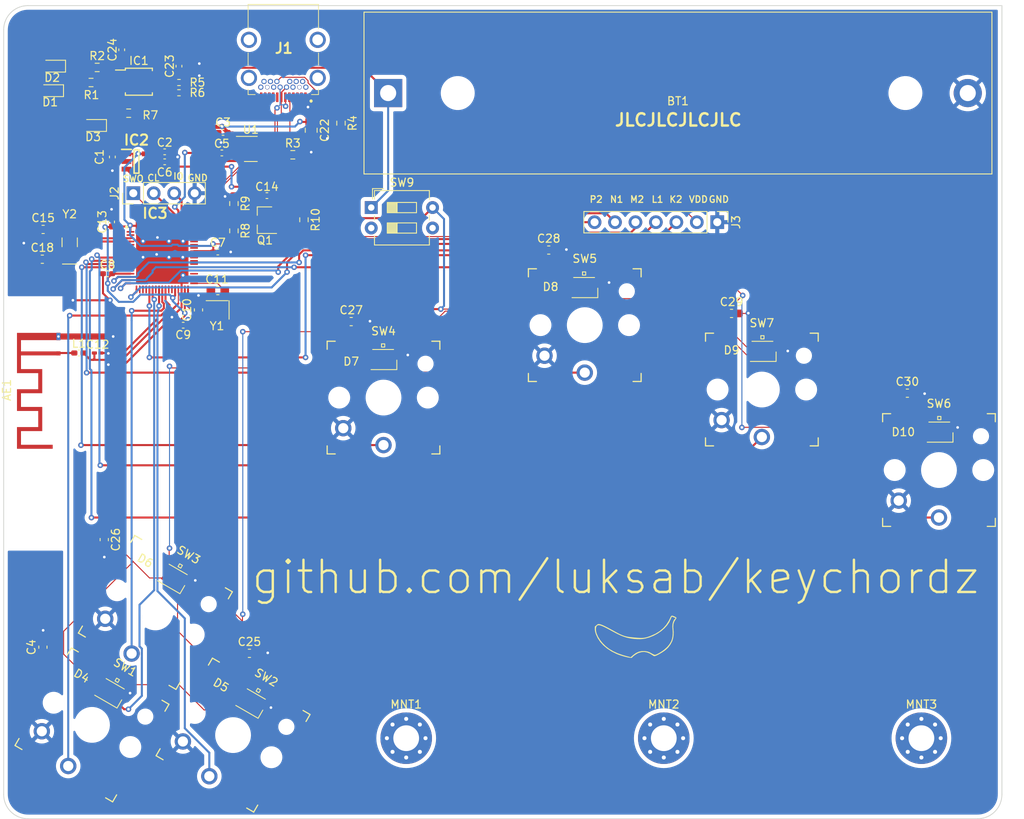
<source format=kicad_pcb>
(kicad_pcb (version 20210228) (generator pcbnew)
  (layers (0 "F.Cu" signal) (31 "B.Cu" signal) (34 "B.Paste" user) (35 "F.Paste" user) (36 "B.SilkS" user "B.Silkscreen") (37 "F.SilkS" user "F.Silkscreen") (38 "B.Mask" user) (39 "F.Mask" user) (44 "Edge.Cuts" user))
  (net 0 "")
  (net 1 "Net-(AE1-Pad1)")
  (net 2 "V_BAT")
  (net 3 "GND")
  (net 4 "2.4V")
  (net 5 "+5V")
  (net 6 "Net-(D1-Pad1)")
  (net 7 "Net-(D2-Pad1)")
  (net 8 "Net-(D3-Pad1)")
  (net 9 "Net-(IC1-Pad8)")
  (net 10 "Net-(IC1-Pad7)")
  (net 11 "Net-(IC1-Pad6)")
  (net 12 "Net-(IC1-Pad4)")
  (net 13 "Net-(IC1-Pad3)")
  (net 15 "USB_D-")
  (net 16 "USB_D+")
  (net 17 "Net-(J1-PadB5)")
  (net 19 "Net-(J1-PadA5)")
  (net 20 "3.3V_USB")
  (net 21 "Net-(C10-Pad1)")
  (net 22 "SWDIO")
  (net 24 "Net-(D4-Pad4)")
  (net 25 "Net-(D5-Pad4)")
  (net 26 "Net-(D6-Pad4)")
  (net 27 "Net-(D7-Pad4)")
  (net 28 "Net-(D8-Pad4)")
  (net 29 "Net-(D10-Pad2)")
  (net 30 "Net-(C11-Pad1)")
  (net 31 "Net-(C12-Pad1)")
  (net 32 "V_BAT_Toggle")
  (net 33 "Net-(C14-Pad1)")
  (net 34 "Net-(C15-Pad2)")
  (net 35 "Net-(C18-Pad2)")
  (net 36 "LED_IN")
  (net 42 "SWO")
  (net 49 "SWCLK")
  (net 50 "V_BAT{slash}2")
  (net 65 "BTN1")
  (net 66 "V_BAT_SW")
  (net 67 "BTN3")
  (net 68 "BTN2")
  (net 70 "MOSI")
  (net 71 "MISO")
  (net 74 "OLED_CS")
  (net 75 "OLED_DC")
  (net 76 "SCK")
  (net 77 "OLED_RES")
  (net 79 "BTN4")
  (net 80 "BTN5")
  (net 81 "BTN6")
  (net 82 "BTN7")
  (net 88 "Net-(Q1-Pad3)")
  (footprint "Capacitor_SMD:C_0402_1005Metric_Pad0.74x0.62mm_HandSolder" (layer "F.Cu") (at 34.3 51.7)
    (fp_text reference "C9")
    (fp_text value "100pF")
  )
  (footprint "Resistor_SMD:R_0603_1608Metric_Pad0.98x0.95mm_HandSolder" (layer "F.Cu") (at 47.914 30.53)
    (fp_text reference "R3")
    (fp_text value "5.1k")
  )
  (footprint "Capacitor_SMD:C_0603_1608Metric_Pad1.08x0.95mm_HandSolder" (layer "F.Cu") (at 38.6 47.4 180)
    (fp_text reference "C11")
    (fp_text value "12pF")
  )
  (footprint "MountingHole:MountingHole_3.2mm_M3_Pad_Via" (layer "F.Cu") (at 62 103)
    (fp_text reference "MNT1")
    (fp_text value "MountingHole_3.2mm_M3_Pad_Via")
  )
  (footprint "Capacitor_SMD:C_0402_1005Metric_Pad0.74x0.62mm_HandSolder" (layer "F.Cu") (at 32 30.16)
    (fp_text reference "C2")
    (fp_text value "1µF")
  )
  (footprint "Capacitor_SMD:C_0402_1005Metric_Pad0.74x0.62mm_HandSolder" (layer "F.Cu") (at 25.5 30.8 -90)
    (fp_text reference "C1")
    (fp_text value "1µF")
  )
  (footprint "LED_SMD:LED_WS2812B_PLCC4_2.2x2.2mm" (layer "F.Cu") (at 84.1 46.975)
    (fp_text reference "D8")
    (fp_text value "WS2812B")
  )
  (footprint "Resistor_SMD:R_0603_1608Metric_Pad0.98x0.95mm_HandSolder" (layer "F.Cu") (at 40.6 36.5875 -90)
    (fp_text reference "R9")
    (fp_text value "1k")
  )
  (footprint "Capacitor_SMD:C_0402_1005Metric_Pad0.74x0.62mm_HandSolder" (layer "F.Cu") (at 39.1 30.3)
    (fp_text reference "C5")
    (fp_text value "1µF")
  )
  (footprint "SamacSys_Parts:SOT95P280X145-5N" (layer "F.Cu") (at 28.5 31.36)
    (fp_text reference "IC2")
    (fp_text value "TPS7A2024PDBVR" hide)
  )
  (footprint "Button_Switch_THT:SW_DIP_SPSTx02_Slide_6.7x6.64mm_W7.62mm_P2.54mm_LowProfile" (layer "F.Cu") (at 57.658 37.084)
    (fp_text reference "SW9")
    (fp_text value "SW_SPST")
  )
  (footprint "LED_SMD:LED_0603_1608Metric_Pad1.05x0.95mm_HandSolder" (layer "F.Cu") (at 17.772 22.566 180)
    (fp_text reference "D1")
    (fp_text value "LED_Small")
  )
  (footprint "LED_SMD:LED_0603_1608Metric_Pad1.05x0.95mm_HandSolder" (layer "F.Cu") (at 23.106 26.884 180)
    (fp_text reference "D3")
    (fp_text value "LED_Small")
  )
  (footprint "Resistor_SMD:R_0603_1608Metric_Pad0.98x0.95mm_HandSolder" (layer "F.Cu") (at 49.3 38.6 -90)
    (fp_text reference "R10")
    (fp_text value "10k")
  )
  (footprint "schematic:SW_PG1350" (layer "F.Cu") (at 22.968 101.346 -30)
    (fp_text reference "SW1")
    (fp_text value "SW_Push")
  )
  (footprint "LED_SMD:LED_WS2812B_PLCC4_2.2x2.2mm" (layer "F.Cu") (at 25.254 97.282 -30)
    (fp_text reference "D4")
    (fp_text value "WS2812B")
  )
  (footprint "schematic:SW_PG1350" (layer "F.Cu") (at 84.182 51.689)
    (fp_text reference "SW5")
    (fp_text value "SW_Push")
  )
  (footprint "Capacitor_SMD:C_0402_1005Metric_Pad0.74x0.62mm_HandSolder" (layer "F.Cu") (at 39.25 27.75 180)
    (fp_text reference "C3")
    (fp_text value "1µF")
  )
  (footprint "Capacitor_SMD:C_0201_0603Metric_Pad0.64x0.40mm_HandSolder" (layer "F.Cu") (at 23.675 55.15)
    (fp_text reference "C12")
    (fp_text value "0.8pF")
  )
  (footprint "Capacitor_SMD:C_0603_1608Metric_Pad1.08x0.95mm_HandSolder" (layer "F.Cu") (at 36.2 49.8 90)
    (fp_text reference "C10")
    (fp_text value "12pF")
  )
  (footprint "Resistor_SMD:R_0603_1608Metric_Pad0.98x0.95mm_HandSolder" (layer "F.Cu") (at 53.9 26.6 -90)
    (fp_text reference "R4")
    (fp_text value "5.1k")
  )
  (footprint "LED_SMD:LED_WS2812B_PLCC4_2.2x2.2mm" (layer "F.Cu") (at 42.78 98.552 -30)
    (fp_text reference "D5")
    (fp_text value "WS2812B")
  )
  (footprint "Resistor_SMD:R_0603_1608Metric_Pad0.98x0.95mm_HandSolder" (layer "F.Cu") (at 40.6 39.975 -90)
    (fp_text reference "R8")
    (fp_text value "1k")
  )
  (footprint "Capacitor_SMD:C_0402_1005Metric_Pad0.74x0.62mm_HandSolder" (layer "F.Cu") (at 24.9 45.3 180)
    (fp_text reference "C8")
    (fp_text value "0.1µF")
  )
  (footprint "Resistor_SMD:R_0603_1608Metric_Pad0.98x0.95mm_HandSolder" (layer "F.Cu") (at 27.5275 25.36)
    (fp_text reference "R7")
    (fp_text value "470")
  )
  (footprint "Capacitor_SMD:C_0402_1005Metric_Pad0.74x0.62mm_HandSolder" (layer "F.Cu") (at 32 31.4)
    (fp_text reference "C6")
    (fp_text value "10µF")
  )
  (footprint "Resistor_SMD:R_0402_1005Metric_Pad0.72x0.64mm_HandSolder" (layer "F.Cu") (at 33.774 22.82 180)
    (fp_text reference "R6")
    (fp_text value "1k")
  )
  (footprint "schematic:SW_PG1350" (layer "F.Cu") (at 128.182 69.689)
    (fp_text reference "SW6")
    (fp_text value "SW_Push")
  )
  (footprint "Capacitor_SMD:C_0603_1608Metric_Pad1.08x0.95mm_HandSolder" (layer "F.Cu") (at 102.414 50.235)
    (fp_text reference "C29")
    (fp_text value "LED")
  )
  (footprint "Capacitor_SMD:C_0603_1608Metric_Pad1.08x0.95mm_HandSolder" (layer "F.Cu") (at 124.258 60.141)
    (fp_text reference "C30")
    (fp_text value "LED")
  )
  (footprint "Capacitor_SMD:C_0402_1005Metric_Pad0.74x0.62mm_HandSolder" (layer "F.Cu") (at 38.6 42.6)
    (fp_text reference "C7")
    (fp_text value "1µF")
  )
  (footprint "Capacitor_SMD:C_0805_2012Metric_Pad1.18x1.45mm_HandSolder" (layer "F.Cu") (at 50.2 27.482 -90)
    (fp_text reference "C22")
    (fp_text value "10µF")
  )
  (footprint "Package_TO_SOT_SMD:SC-59_Handsoldering" (layer "F.Cu") (at 44.45 38.65 180)
    (fp_text reference "Q1")
    (fp_text value "Q_PMOS_GSD")
  )
  (footprint "Resistor_SMD:R_0402_1005Metric_Pad0.72x0.64mm_HandSolder" (layer "F.Cu") (at 33.774 21.55)
    (fp_text reference "R5")
    (fp_text value "10k")
  )
  (footprint "Resistor_SMD:R_0603_1608Metric_Pad0.98x0.95mm_HandSolder" (layer "F.Cu") (at 22.852 21.55)
    (fp_text reference "R1")
    (fp_text value "470")
  )
  (footprint "Inductor_SMD:L_0402_1005Metric_Pad0.77x0.64mm_HandSolder" (layer "F.Cu") (at 21.3475 55.15)
    (fp_text reference "L1")
    (fp_text value "3.9nH")
  )
  (footprint "Capacitor_SMD:C_0603_1608Metric_Pad1.08x0.95mm_HandSolder" (layer "F.Cu") (at 79.7075 42.361)
    (fp_text reference "C28")
    (fp_text value "LED")
  )
  (footprint "Crystal:Crystal_SMD_2016-4Pin_2.0x1.6mm_HandSoldering" (layer "F.Cu") (at 38.5 49.8 180)
    (fp_text reference "Y1")
    (fp_text value "Crystal_GND23")
  )
  (footprint "schematic:SW_PG1350" (layer "F.Cu") (at 40.494 102.616 -30)
    (fp_text reference "SW2")
    (fp_text value "SW_Push")
  )
  (footprint "Connector_PinHeader_2.54mm:PinHeader_1x04_P2.54mm_Vertical" (layer "F.Cu") (at 28.1 35.3 90)
    (fp_text reference "J2")
    (fp_text value "DEBUG_CONN")
  )
  (footprint "MountingHole:MountingHole_3.2mm_M3_Pad_Via" (layer "F.Cu") (at 126 103)
    (fp_text reference "MNT3")
    (fp_text value "MountingHole_3.2mm_M3_Pad_Via")
  )
  (footprint "Package_SO:MSOP-10_3x3mm_P0.5mm" (layer "F.Cu") (at 28.794 21.45)
    (fp_text reference "IC1")
    (fp_text value "MCP73833-BZI_UN")
  )
  (footprint "Capacitor_SMD:C_0603_1608Metric_Pad1.08x0.95mm_HandSolder" (layer "F.Cu") (at 55.17 51.251)
    (fp_text reference "C27")
    (fp_text value "LED")
  )
  (footprint "schematic:SW_PG1350" (layer "F.Cu") (at 106.182 59.689)
    (fp_text reference "SW7")
    (fp_text value "SW_Push")
  )
  (footprint "LED_SMD:LED_WS2812B_PLCC4_2.2x2.2mm" (layer "F.Cu") (at 33.076587 83.076814 -30)
    (fp_text reference "D6")
    (fp_text value "WS2812B")
  )
  (footprint "LED_SMD:LED_0603_1608Metric_Pad1.05x0.95mm_HandSolder" (layer "F.Cu") (at 18.026 19.518 180)
    (fp_text reference "D2")
    (fp_text value "LED_Small")
  )
  (footprint "Capacitor_SMD:C_0603_1608Metric_Pad1.08x0.95mm_HandSolder" (layer "F.Cu") (at 16.872 91.694 90)
    (fp_text reference "C4")
    (fp_text value "LED")
  )
  (footprint "schematic:SW_PG1350" (layer "F.Cu") (at 30.842 87.376 -30)
    (fp_text reference "SW3")
    (fp_text value "SW_Push")
  )
  (footprint "Capacitor_SMD:C_0402_1005Metric_Pad0.74x0.62mm_HandSolder" (layer "F.Cu") (at 33.774 19.518 90)
    (fp_text reference "C23")
    (fp_text value "1µF")
  )
  (footprint "MountingHole:MountingHole_3.2mm_M3_Pad_Via" (layer "F.Cu") (at 94 103)
    (fp_text reference "MNT2")
    (fp_text value "MountingHole_3.2mm_M3_Pad_Via")
  )
  (footprint "Battery:BatteryHolder_MPD_BH-18650-PC2" (layer "F.Cu") (at 59.758 22.86)
    (fp_text reference "BT1")
    (fp_text value "Battery_Cell")
  )
  (footprint "Capacitor_SMD:C_0402_1005Metric_Pad0.74x0.62mm_HandSolder" (layer "F.Cu") (at 25.4 38.8675 90)
    (fp_text reference "C13")
    (fp_text value "1µF")
  )
  (footprint "Crystal:Crystal_SMD_MicroCrystal_CC7V-T1A-2Pin_3.2x1.5mm_HandSoldering" (layer "F.Cu") (at 20.2 41.4 90)
    (fp_text reference "Y2")
    (fp_text value "Crystal")
  )
  (footprint "Resistor_SMD:R_0603_1608Metric_Pad0.98x0.95mm_HandSolder" (layer "F.Cu") (at 23.614 19.678)
    (fp_text reference "R2")
    (fp_text value "470")
  )
  (footprint "SamacSys_Parts:SS52400002" (layer "F.Cu") (at 46.736 17.9 180)
    (fp_text reference "J1")
    (fp_text value "USB_C_Receptacle_USB2.0" hide)
  )
  (footprint "Capacitor_SMD:C_0402_1005Metric_Pad0.74x0.62mm_HandSolder" (layer "F.Cu") (at 44.7 35.6 180)
    (fp_text reference "C14")
    (fp_text value "0.1µF")
  )
  (footprint "schematic:SW_PG1350" (layer "F.Cu") (at 59.182 60.689)
    (fp_text reference "SW4")
    (fp_text value "SW_Push")
  )
  (footprint "LED_SMD:LED_WS2812B_PLCC4_2.2x2.2mm" (layer "F.Cu") (at 128.222 64.9305)
    (fp_text reference "D10")
    (fp_text value "WS2812B")
  )
  (footprint "SamacSys_Parts:QFN40P800X800X100-69N-D" (layer "F.Cu") (at 31.7 43.3)
    (fp_text reference "IC3")
    (fp_text value "STM32WB55RGV7" hide)
  )
  (footprint "Capacitor_SMD:C_0402_1005Metric_Pad0.74x0.62mm_HandSolder" (layer "F.Cu") (at 26.662 17.486 90)
    (fp_text reference "C24")
    (fp_text value "1µF")
  )
  (footprint "Capacitor_SMD:C_0603_1608Metric_Pad1.08x0.95mm_HandSolder" (layer "F.Cu") (at 24.492 78.3325 -90)
    (fp_text reference "C26")
    (fp_text value "LED")
  )
  (footprint "Capacitor_SMD:C_0603_1608Metric_Pad1.08x0.95mm_HandSolder" (layer "F.Cu") (at 42.526 92.456)
    (fp_text reference "C25")
    (fp_text value "LED")
  )
  (footprint "Connector_PinHeader_2.54mm:PinHeader_1x07_P2.54mm_Vertical" (layer "F.Cu") (at 100.64 38.9 -90)
    (fp_text reference "J3")
    (fp_text value "OLED_CONN")
  )
  (footprint "RF_Antenna:Texas_SWRA117D_2.4GHz_Left" (layer "F.Cu") (at 18.8 55.2 90)
    (fp_text reference "AE1")
    (fp_text value "PCB")
  )
  (footprint "Package_TO_SOT_SMD:SOT-23-5" (layer "F.Cu") (at 42.7 29.8)
    (fp_text reference "U1")
    (fp_text value "MIC5504-3.3YM5")
  )
  (footprint "Capacitor_SMD:C_0603_1608Metric_Pad1.08x0.95mm_HandSolder" (layer "F.Cu") (at 16.9 39.8)
    (fp_text reference "C15")
    (fp_text value "12pF")
  )
  (footprint "LED_SMD:LED_WS2812B_PLCC4_2.2x2.2mm" (layer "F.Cu") (at 59.134 55.9135)
    (fp_text reference "D7")
    (fp_text value "WS2812B")
  )
  (footprint "Capacitor_SMD:C_0603_1608Metric_Pad1.08x0.95mm_HandSolder" (layer "F.Cu") (at 16.8 43.5)
    (fp_text reference "C18")
    (fp_text value "12pF")
  )
  (footprint "LED_SMD:LED_WS2812B_PLCC4_2.2x2.2mm" (layer "F.Cu") (at 106.251 54.8975)
    (fp_text reference "D9")
    (fp_text value "WS2812B")
  )
  (footprint "LOGO" (layer "F.Cu") (at 90.395893 90.202212 -95)
    (fp_text reference "G***" hide)
    (fp_text value "LOGO" hide)
  )
  (gr_arc (start 15 15) (end 15 12) (angle -90) (layer "Edge.Cuts") (width 0.1))
  (gr_line (start 136 12) (end 15 12) (layer "Edge.Cuts") (width 0.1))
  (gr_line (start 136 12) (end 136 110) (layer "Edge.Cuts") (width 0.1))
  (gr_line (start 133 113) (end 15 113) (layer "Edge.Cuts") (width 0.1))
  (gr_arc (start 15 110) (end 12 110) (angle -90) (layer "Edge.Cuts") (width 0.1))
  (gr_arc (start 133 110) (end 136 110) (angle 90) (layer "Edge.Cuts") (width 0.1))
  (gr_line (start 12 15) (end 12 110) (layer "Edge.Cuts") (width 0.1))
  (gr_text "K2" (at 95.504 36.068) (layer "F.SilkS") (effects (font (size 0.8128 0.8128) (thickness 0.1524))))
  (gr_text "IO" (at 33.7 33.2) (layer "F.SilkS") (effects (font (size 0.8128 0.8128) (thickness 0.1524))))
  (gr_text "github.com/luksab/keychordz" (at 88 83) (layer "F.SilkS") (effects (font (size 4 4) (thickness 0.3))))
  (gr_text "SWO" (at 28.1 33.5) (layer "F.SilkS") (effects (font (size 0.8128 0.8128) (thickness 0.1524))))
  (gr_text "JLCJLCJLCJLC" (at 95.8 26.2) (layer "F.SilkS") (effects (font (size 1.524 1.524) (thickness 0.3048))))
  (gr_text "VDD" (at 98.298 36.068) (layer "F.SilkS") (effects (font (size 0.8128 0.8128) (thickness 0.1524))))
  (gr_text "P2" (at 85.598 36.068) (layer "F.SilkS") (effects (font (size 0.8128 0.8128) (thickness 0.1524))))
  (gr_text "GND\n" (at 100.838 36.068) (layer "F.SilkS") (effects (font (size 0.8128 0.8128) (thickness 0.1524))))
  (gr_text "N1" (at 88.138 36.068) (layer "F.SilkS") (effects (font (size 0.8128 0.8128) (thickness 0.1524))))
  (gr_text "CL" (at 30.6 33.4) (layer "F.SilkS") (effects (font (size 0.8128 0.8128) (thickness 0.1524))))
  (gr_text "L1" (at 93.218 36.068) (layer "F.SilkS") (effects (font (size 0.8128 0.8128) (thickness 0.1524))))
  (gr_text "M2" (at 90.678 36.068) (layer "F.SilkS") (effects (font (size 0.8128 0.8128) (thickness 0.1524))))
  (gr_text "GND\n" (at 36.1 33.4) (layer "F.SilkS") (effects (font (size 0.8128 0.8128) (thickness 0.1524))))
  (segment (start 18.85 55.15) (end 18.8 55.2) (width 0.254) (layer "F.Cu") (net 1))
  (segment (start 20.775 55.15) (end 18.85 55.15) (width 0.254) (layer "F.Cu") (net 1))
  (segment (start 54.2555 52.5) (end 54.3075 52.552) (width 0.127) (layer "F.Cu") (net 2))
  (segment (start 42.931216 93.723716) (end 41.6635 92.456) (width 0.127) (layer "F.Cu") (net 2))
  (segment (start 46.1125 37.6875) (end 46.1 37.7) (width 0.254) (layer "F.Cu") (net 2))
  (segment (start 33.188457 82.389371) (end 32.4822 83.095628) (width 0.127) (layer "F.Cu") (net 2))
  (segment (start 101.5515 51.663) (end 101.5515 50.235) (width 0.127) (layer "F.Cu") (net 2))
  (segment (start 66.3 49.7) (end 55.8585 49.7) (width 0.254) (layer "F.Cu") (net 2))
  (segment (start 123.3955 64.369478) (end 123.382489 64.382489) (width 0.127) (layer "F.Cu") (net 2))
  (segment (start 103.8 48) (end 103.7865 48) (width 0.127) (layer "F.Cu") (net 2))
  (segment (start 31.404011 32) (end 30.54 32.864011) (width 0.254) (layer "F.Cu") (net 2))
  (segment (start 41.6635 92.456) (end 41.6635 88.474051) (width 0.127) (layer "F.Cu") (net 2))
  (segment (start 27.25 30.41) (end 28.104 30.41) (width 0.254) (layer "F.Cu") (net 2))
  (segment (start 52.3 38.4) (end 52 38.1) (width 0.254) (layer "F.Cu") (net 2))
  (segment (start 52.3 38.4) (end 51.5875 37.6875) (width 0.254) (layer "F.Cu") (net 2))
  (segment (start 40.3 32) (end 31.404011 32) (width 0.254) (layer "F.Cu") (net 2))
  (segment (start 42.185613 98.570814) (end 42.931216 97.825211) (width 0.127) (layer "F.Cu") (net 2))
  (segment (start 41.7 52.5) (end 54.2555 52.5) (width 0.127) (layer "F.Cu") (net 2))
  (segment (start 126.208989 64.382489) (end 123.382489 64.382489) (width 0.127) (layer "F.Cu") (net 2))
  (segment (start 28.074556 81.089) (end 28.111 81.089) (width 0.127) (layer "F.Cu") (net 2))
  (segment (start 103.717511 64.382489) (end 103.7 64.4) (width 0.127) (layer "F.Cu") (net 2))
  (segment (start 80.78 45.12) (end 83.185 47.525) (width 0.127) (layer "F.Cu") (net 2))
  (segment (start 41.712587 98.570814) (end 42.185613 98.570814) (width 0.127) (layer "F.Cu") (net 2))
  (segment (start 78.845 43.185) (end 80.78 45.12) (width 0.127) (layer "F.Cu") (net 2))
  (segment (start 123.3955 60.141) (end 123.3955 64.369478) (width 0.127) (layer "F.Cu") (net 2))
  (segment (start 30.117628 83.095628) (end 28.111 81.089) (width 0.127) (layer "F.Cu") (net 2))
  (segment (start 55.8585 49.7) (end 54.3075 51.251) (width 0.254) (layer "F.Cu") (net 2))
  (segment (start 32.009174 83.095628) (end 30.117628 83.095628) (width 0.127) (layer "F.Cu") (net 2))
  (segment (start 45.113444 34.5) (end 40.3 34.5) (width 0.254) (layer "F.Cu") (net 2))
  (segment (start 19.442273 89.721283) (end 28.074556 81.089) (width 0.127) (layer "F.Cu") (net 2))
  (segment (start 127.307 65.4805) (end 126.208989 64.382489) (width 0.127) (layer "F.Cu") (net 2))
  (segment (start 46.1 35.486556) (end 45.113444 34.5) (width 0.254) (layer "F.Cu") (net 2))
  (segment (start 41.6635 88.474051) (end 35.57882 82.389371) (width 0.127) (layer "F.Cu") (net 2))
  (segment (start 30.54 32.864011) (end 27.804011 32.864011) (width 0.254) (layer "F.Cu") (net 2))
  (segment (start 42.931216 97.825211) (end 42.931216 93.723716) (width 0.127) (layer "F.Cu") (net 2))
  (segment (start 81.3 44.6) (end 80.78 45.12) (width 0.127) (layer "F.Cu") (net 2))
  (segment (start 27.89 32.31) (end 27.25 32.31) (width 0.254) (layer "F.Cu") (net 2))
  (segment (start 27.804011 32.864011) (end 27.25 32.31) (width 0.254) (layer "F.Cu") (net 2))
  (segment (start 25.5 30.2325) (end 27.0725 30.2325) (width 0.254) (layer "F.Cu") (net 2))
  (segment (start 105.336 55.4475) (end 101.5515 51.663) (width 0.127) (layer "F.Cu") (net 2))
  (segment (start 28.104011 30.410011) (end 28.104011 32.095989) (width 0.254) (layer "F.Cu") (net 2))
  (segment (start 123.382489 64.382489) (end 103.717511 64.382489) (width 0.127) (layer "F.Cu") (net 2))
  (segment (start 49.3 37.6875) (end 46.1125 37.6875) (width 0.254) (layer "F.Cu") (net 2))
  (segment (start 65.278 37.084) (end 63.962 38.4) (width 0.254) (layer "F.Cu") (net 2))
  (segment (start 63.962 38.4) (end 52.3 38.4) (width 0.254) (layer "F.Cu") (net 2))
  (segment (start 54.3075 52.552) (end 58.219 56.4635) (width 0.127) (layer "F.Cu") (net 2))
  (segment (start 78.845 42.361) (end 78.845 43.185) (width 0.127) (layer "F.Cu") (net 2))
  (segment (start 54.3075 51.251) (end 54.3075 52.552) (width 0.127) (layer "F.Cu") (net 2))
  (segment (start 16.872 92.5565) (end 19.442273 92.5565) (width 0.127) (layer "F.Cu") (net 2))
  (segment (start 28.111 81.089) (end 24.492 77.47) (width 0.127) (layer "F.Cu") (net 2))
  (segment (start 51.5875 37.6875) (end 49.3 37.6875) (width 0.254) (layer "F.Cu") (net 2))
  (segment (start 66.3 49.7) (end 71.506 49.7) (width 0.127) (layer "F.Cu") (net 2))
  (segment (start 41.6635 87.5635) (end 41.7 87.6) (width 0.127) (layer "F.Cu") (net 2))
  (segment (start 19.442273 92.5565) (end 24.186587 97.300814) (width 0.127) (layer "F.Cu") (net 2))
  (segment (start 35.57882 82.389371) (end 33.188457 82.389371) (width 0.127) (layer "F.Cu") (net 2))
  (segment (start 28.104 30.41) (end 28.104011 30.410011) (width 0.254) (layer "F.Cu") (net 2))
  (segment (start 71.506 49.7) (end 78.845 42.361) (width 0.127) (layer "F.Cu") (net 2))
  (segment (start 32.4822 83.095628) (end 32.009174 83.095628) (width 0.127) (layer "F.Cu") (net 2))
  (segment (start 19.442273 92.5565) (end 19.442273 89.721283) (width 0.127) (layer "F.Cu") (net 2))
  (segment (start 28.104011 32.095989) (end 27.89 32.31) (width 0.254) (layer "F.Cu") (net 2))
  (segment (start 27.0725 30.2325) (end 27.25 30.41) (width 0.254) (layer "F.Cu") (net 2))
  (segment (start 100.4 44.6) (end 81.3 44.6) (width 0.127) (layer "F.Cu") (net 2))
  (segment (start 103.8 48) (end 100.4 44.6) (width 0.127) (layer "F.Cu") (net 2))
  (segment (start 41.6635 88.474051) (end 41.6635 87.5635) (width 0.127) (layer "F.Cu") (net 2))
  (segment (start 46.1 37.7) (end 46.1 35.486556) (width 0.254) (layer "F.Cu") (net 2))
  (segment (start 103.7865 48) (end 101.5515 50.235) (width 0.127) (layer "F.Cu") (net 2))
  (via (at 103.7 64.4) (size 0.6858) (drill 0.3302) (layers "F.Cu" "B.Cu") (net 2))
  (via (at 66.3 49.7) (size 0.6858) (drill 0.3302) (layers "F.Cu" "B.Cu") (net 2))
  (via (at 103.8 48) (size 0.6858) (drill 0.3302) (layers "F.Cu" "B.Cu") (net 2))
  (via (at 40.3 32) (size 0.6858) (drill 0.3302) (layers "F.Cu" "B.Cu") (net 2))
  (via (at 41.7 87.6) (size 0.6858) (drill 0.3302) (layers "F.Cu" "B.Cu") (net 2))
  (via (at 40.3 34.5) (size 0.6858) (drill 0.3302) (layers "F.Cu" "B.Cu") (net 2))
  (via (at 41.7 52.5) (size 0.6858) (drill 0.3302) (layers "F.Cu" "B.Cu") (net 2))
  (segment (start 65.278 37.084) (end 66.7 38.506) (width 0.254) (layer "B.Cu") (net 2))
  (segment (start 66.7 49.3) (end 66.3 49.7) (width 0.254) (layer "B.Cu") (net 2))
  (segment (start 40.3 34.5) (end 40.3 32) (width 0.254) (layer "B.Cu") (net 2))
  (segment (start 66.268511 49.668511) (end 66.3 49.7) (width 0.254) (layer "B.Cu") (net 2))
  (segment (start 41.7 87.6) (end 41.7 52.5) (width 0.127) (layer "B.Cu") (net 2))
  (segment (start 66.7 38.506) (end 66.7 49.3) (width 0.254) (layer "B.Cu") (net 2))
  (segment (start 103.7 64.4) (end 103.7 48.1) (width 0.127) (layer "B.Cu") (net 2))
  (segment (start 103.7 48.1) (end 103.8 48) (width 0.127) (layer "B.Cu") (net 2))
  (segment (start 130.4805 64.3805) (end 130.5 64.4) (width 0.127) (layer "F.Cu") (net 3))
  (segment (start 35.45 21.55) (end 36.3 20.7) (width 0.508) (layer "F.Cu") (net 3))
  (segment (start 48.8265 29.893) (end 50.2 28.5195) (width 0.127) (layer "F.Cu") (net 3))
  (segment (start 34.8675 51.7) (end 34.8675 51.0325) (width 0.254) (layer "F.Cu") (net 3))
  (segment (start 125.1205 60.141) (end 126.341 60.141) (width 0.127) (layer "F.Cu") (net 3))
  (segment (start 32.9 50.7) (end 27.0031 56.5969) (width 0.254) (layer "F.Cu") (net 3))
  (segment (start 34.18 45.6) (end 34.28 45.5) (width 0.254) (layer "F.Cu") (net 3))
  (segment (start 38.45 49.7) (end 38.15 49.7) (width 0.127) (layer "F.Cu") (net 3))
  (segment (start 25.2 48.6) (end 20.6 48.6) (width 0.254) (layer "F.Cu") (net 3))
  (segment (start 34.1 47.25) (end 34.1 49.5) (width 0.254) (layer "F.Cu") (net 3))
  (segment (start 34.3715 21.55) (end 35.45 21.55) (width 0.508) (layer "F.Cu") (net 3))
  (segment (start 108.8475 54.3475) (end 109.4 54.9) (width 0.127) (layer "F.Cu") (net 3))
  (segment (start 32.5675 30.7675) (end 33.5675 30.7675) (width 0.254) (layer "F.Cu") (net 3))
  (segment (start 37.1375 48) (end 37.7375 47.4) (width 0.254) (layer "F.Cu") (net 3))
  (segment (start 43.847413 98.533186) (end 44.533186 98.533186) (width 0.127) (layer "F.Cu") (net 3))
  (segment (start 40.1675 29.8) (end 41.5625 29.8) (width 0.254) (layer "F.Cu") (net 3))
  (segment (start 40.1675 29.8) (end 39.8 29.8) (width 0.254) (layer "F.Cu") (net 3))
  (segment (start 21.215 26.884) (end 16.897 22.566) (width 0.508) (layer "F.Cu") (net 3))
  (segment (start 44.533186 98.533186) (end 45.2 99.2) (width 0.127) (layer "F.Cu") (net 3))
  (segment (start 16.897 19.772) (end 17.151 19.518) (width 0.508) (layer "F.Cu") (net 3))
  (segment (start 107.166 54.3475) (end 108.8475 54.3475) (width 0.127) (layer "F.Cu") (net 3))
  (segment (start 85.015 46.425) (end 87.175 46.425) (width 0.254) (layer "F.Cu") (net 3))
  (segment (start 38.6825 28.6825) (end 39 29) (width 0.254) (layer "F.Cu") (net 3))
  (segment (start 24.95 55.15) (end 25 55.2) (width 0.254) (layer "F.Cu") (net 3))
  (segment (start 27.25 31.36) (end 25.5075 31.36) (width 0.254) (layer "F.Cu") (net 3))
  (segment (start 16.0375 41.4625) (end 14.5375 41.4625) (width 0.254) (layer "F.Cu") (net 3))
  (segment (start 39.3 50.35) (end 39.1 50.35) (width 0.127) (layer "F.Cu") (net 3))
  (segment (start 34.1 47.25) (end 34.1 45.7) (width 0.254) (layer "F.Cu") (net 3))
  (segment (start 25.5075 31.36) (end 25.5 31.3675) (width 0.254) (layer "F.Cu") (net 3))
  (segment (start 33.5675 30.7675) (end 33.6 30.8) (width 0.254) (layer "F.Cu") (net 3))
  (segment (start 53.1875 27.5125) (end 52.2 28.5) (width 0.127) (layer "F.Cu") (net 3))
  (segment (start 39.6675 30.3) (end 40.1675 29.8) (width 0.254) (layer "F.Cu") (net 3))
  (segment (start 40.6 35.675) (end 39.525 35.675) (width 0.127) (layer "F.Cu") (net 3))
  (segment (start 103.2765 50.235) (end 104.465 50.235) (width 0.127) (layer "F.Cu") (net 3))
  (segment (start 36.2 48.9375) (end 36.2 48) (width 0.254) (layer "F.Cu") (net 3))
  (segment (start 16.0375 39.8) (end 16.0375 41.4625) (width 0.254) (layer "F.Cu") (net 3))
  (segment (start 34.1 45.7) (end 31.7 43.3) (width 0.254) (layer "F.Cu") (net 3))
  (segment (start 35.458 83.058) (end 35.8 83.4) (width 0.127) (layer "F.Cu") (net 3))
  (segment (start 16.872 90.8315) (end 16.872 89.628) (width 0.127) (layer "F.Cu") (net 3))
  (segment (start 25.4 38.3) (end 25.4 37.3) (width 0.254) (layer "F.Cu") (net 3))
  (segment (start 62.1635 55.3635) (end 62.2 55.4) (width 0.127) (layer "F.Cu") (net 3))
  (segment (start 34.3715 22.82) (end 34.3715 21.55) (width 0.508) (layer "F.Cu") (net 3))
  (segment (start 36.2 48.9375) (end 37.3875 48.9375) (width 0.254) (layer "F.Cu") (net 3))
  (segment (start 27.563186 97.263186) (end 27.7 97.4) (width 0.127) (layer "F.Cu") (net 3))
  (segment (start 52.1805 28.5195) (end 52.2 28.5) (width 0.127) (layer "F.Cu") (net 3))
  (segment (start 104.465 50.235) (end 104.5 50.2) (width 0.127) (layer "F.Cu") (net 3))
  (segment (start 126.341 60.141) (end 126.4 60.2) (width 0.127) (layer "F.Cu") (net 3))
  (segment (start 19.7505 16.9185) (end 17.151 19.518) (width 0.508) (layer "F.Cu") (net 3))
  (segment (start 26.662 16.9185) (end 19.7505 16.9185) (width 0.508) (layer "F.Cu") (net 3))
  (segment (start 26.662 16.9185) (end 31.742 16.9185) (width 0.508) (layer "F.Cu") (net 3))
  (segment (start 26.594 22.521) (end 22.231 26.884) (width 0.254) (layer "F.Cu") (net 3))
  (segment (start 81.839 42.361) (end 81.9 42.3) (width 0.254) (layer "F.Cu") (net 3))
  (segment (start 16.897 22.566) (end 16.897 19.772) (width 0.508) (layer "F.Cu") (net 3))
  (segment (start 24.0825 55.15) (end 24.95 55.15) (width 0.254) (layer "F.Cu") (net 3))
  (segment (start 32.5675 30.7675) (end 32.5675 31.4) (width 0.254) (layer "F.Cu") (net 3))
  (segment (start 26.594 22.45) (end 26.594 22.521) (width 0.254) (layer "F.Cu") (net 3))
  (segment (start 129.137 64.3805) (end 130.4805 64.3805) (width 0.127) (layer "F.Cu") (net 3))
  (segment (start 16.0375 41.4625) (end 16.0375 43.4) (width 0.254) (layer "F.Cu") (net 3))
  (segment (start 26.321413 97.263186) (end 27.563186 97.263186) (width 0.127) (layer "F.Cu") (net 3))
  (segment (start 36.2 48) (end 37.1375 48) (width 0.254) (layer "F.Cu") (net 3))
  (segment (start 60.049 55.3635) (end 62.1635 55.3635) (width 0.127) (layer "F.Cu") (net 3))
  (segment (start 25.5 31.3675) (end 25.5 32.5) (width 0.254) (layer "F.Cu") (net 3))
  (segment (start 16.872 89.628) (end 16.9 89.6) (width 0.127) (layer "F.Cu") (net 3))
  (segment (start 31.742 16.9185) (end 33.774 18.9505) (width 0.508) (layer "F.Cu") (net 3))
  (segment (start 25 55.2) (end 26.8 55.2) (width 0.254) (layer "F.Cu") (net 3))
  (segment (start 26.8 55.2) (end 31.1 50.9) (width 0.254) (layer "F.Cu") (net 3))
  (segment (start 80.57 42.361) (end 81.839 42.361) (width 0.254) (layer "F.Cu") (net 3))
  (segment (start 24.3325 45.3) (end 24.3325 47.7325) (width 0.254) (layer "F.Cu") (net 3))
  (segment (start 38.15 49.7) (end 37.7 49.25) (width 0.127) (layer "F.Cu") (net 3))
  (segment (start 24.492 80.492) (end 24.5 80.5) (width 0.127) (layer "F.Cu") (net 3))
  (segment (start 38.6825 27.75) (end 38.6825 28.6825) (width 0.254) (layer "F.Cu") (net 3))
  (segment (start 34.0235 19.2) (end 33.774 18.9505) (width 0.508) (layer "F.Cu") (net 3))
  (segment (start 22.231 26.884) (end 21.215 26.884) (width 0.508) (layer "F.Cu") (net 3))
  (segment (start 49.87 30.53) (end 50.2 30.2) (width 0.127) (layer "F.Cu") (net 3))
  (segment (start 39.1 50.35) (end 38.45 49.7) (width 0.127) (layer "F.Cu") (net 3))
  (segment (start 57.449 51.251) (end 57.5 51.2) (width 0.127) (layer "F.Cu") (net 3))
  (segment (start 18.8 53.1) (end 25.6 53.1) (width 0.762) (layer "F.Cu") (net 3))
  (segment (start 24.492 79.195) (end 24.492 80.492) (width 0.127) (layer "F.Cu") (net 3))
  (segment (start 34.8675 51.0325) (end 34.9 51) (width 0.254) (layer "F.Cu") (net 3))
  (segment (start 37.3875 48.9375) (end 37.7 49.25) (width 0.254) (layer "F.Cu") (net 3))
  (segment (start 48.8265 30.53) (end 49.87 30.53) (width 0.127) (layer "F.Cu") (net 3))
  (segment (start 39.8 29.8) (end 39 29) (width 0.254) (layer "F.Cu") (net 3))
  (segment (start 39.525 35.675) (end 39.5 35.7) (width 0.127) (layer "F.Cu") (net 3))
  (segment (start 49.486 23.38) (end 49.486 24.286) (width 0.254) (layer "F.Cu") (net 3))
  (segment (start 48.8265 30.53) (end 48.8265 29.893) (width 0.127) (layer "F.Cu") (net 3))
  (segment (start 56.0325 51.251) (end 57.449 51.251) (width 0.127) (layer "F.Cu") (net 3))
  (segment (start 24.3325 47.7325) (end 25.2 48.6) (width 0.254) (layer "F.Cu") (net 3))
  (segment (start 50.2 28.5195) (end 52.1805 28.5195) (width 0.127) (layer "F.Cu") (net 3))
  (segment (start 43.3885 92.456) (end 44.744 92.456) (width 0.127) (layer "F.Cu") (net 3))
  (segment (start 36.3 19.2) (end 34.0235 19.2) (width 0.508) (layer "F.Cu") (net 3))
  (segment (start 34.144 83.058) (end 35.458 83.058) (width 0.127) (layer "F.Cu") (net 3))
  (segment (start 34.1 49.5) (end 32.9 50.7) (width 0.254) (layer "F.Cu") (net 3))
  (segment (start 32.5675 30.16) (end 32.5675 30.7675) (width 0.254) (layer "F.Cu") (net 3))
  (segment (start 27.0031 56.5969) (end 25 56.5969) (width 0.254) (layer "F.Cu") (net 3))
  (segment (start 14.5375 41.4625) (end 14.5 41.5) (width 0.254) (layer "F.Cu") (net 3))
  (segment (start 39.1675 42.6) (end 40.2 42.6) (width 0.254) (layer "F.Cu") (net 3))
  (segment (start 87.175 46.425) (end 87.2 46.4) (width 0.254) (layer "F.Cu") (net 3))
  (segment (start 49.486 24.286) (end 49.8 24.6) (width 0.254) (layer "F.Cu") (net 3))
  (segment (start 53.9 27.5125) (end 53.1875 27.5125) (width 0.127) (layer "F.Cu") (net 3))
  (segment (start 44.744 92.456) (end 44.8 92.4) (width 0.127) (layer "F.Cu") (net 3))
  (segment (start 16.0375 43.4) (end 15.9375 43.5) (width 0.254) (layer "F.Cu") (net 3))
  (via (at 62.2 55.4) (size 0.6858) (drill 0.3302) (layers "F.Cu" "B.Cu") (net 3))
  (via (at 40.2 42.6) (size 0.6858) (drill 0.3302) (layers "F.Cu" "B.Cu") (net 3))
  (via (at 39.5 35.7) (size 0.6858) (drill 0.3302) (layers "F.Cu" "B.Cu") (net 3))
  (via (at 34.28 41.25) (size 0.6858) (drill 0.3302) (layers "F.Cu" "B.Cu") (net 3))
  (via (at 25.4 37.3) (size 0.6858) (drill 0.3302) (layers "F.Cu" "B.Cu") (net 3))
  (via (at 45.2 99.2) (size 0.6858) (drill 0.3302) (layers "F.Cu" "B.Cu") (net 3))
  (via (at 109.4 54.9) (size 0.6858) (drill 0.3302) (layers "F.Cu" "B.Cu") (net 3))
  (via (at 44.8 92.4) (size 0.6858) (drill 0.3302) (layers "F.Cu" "B.Cu") (net 3))
  (via (at 33.6 30.8) (size 0.6858) (drill 0.3302) (layers "F.Cu" "B.Cu") (net 3))
  (via (at 36.2 48) (size 0.6858) (drill 0.3302) (layers "F.Cu" "B.Cu") (net 3))
  (via (at 130.5 64.4) (size 0.6858) (drill 0.3302) (layers "F.Cu" "B.Cu") (net 3))
  (via (at 34.9 51) (size 0.6858) (drill 0.3302) (layers "F.Cu" "B.Cu") (net 3))
  (via (at 49.8 24.6) (size 0.6858) (drill 0.3302) (layers "F.Cu" "B.Cu") (net 3))
  (via (at 32.53 41.25) (size 0.6858) (drill 0.3302) (layers "F.Cu" "B.Cu") (net 3))
  (via (at 104.5 50.2) (size 0.6858) (drill 0.3302) (layers "F.Cu" "B.Cu") (net 3))
  (via (at 35.8 83.4) (size 0.6858) (drill 0.3302) (layers "F.Cu" "B.Cu") (net 3))
  (via (at 34.28 45.5) (size 0.6858) (drill 0.3302) (layers "F.Cu" "B.Cu") (net 3))
  (via (at 57.5 51.2) (size 0.6858) (drill 0.3302) (layers "F.Cu" "B.Cu") (net 3))
  (via (at 25.6 53.1) (size 0.6858) (drill 0.3302) (layers "F.Cu" "B.Cu") (net 3))
  (via (at 24.5 80.5) (size 0.6858) (drill 0.3302) (layers "F.Cu" "B.Cu") (net 3))
  (via (at 39 29) (size 0.6858) (drill 0.3302) (layers "F.Cu" "B.Cu") (net 3))
  (via (at 25 56.5969) (size 0.6858) (drill 0.3302) (layers "F.Cu" "B.Cu") (net 3))
  (via (at 27.7 97.4) (size 0.6858) (drill 0.3302) (layers "F.Cu" "B.Cu") (net 3))
  (via (at 29.31 41.25) (size 0.6858) (drill 0.3302) (layers "F.Cu" "B.Cu") (net 3))
  (via (at 36.3 19.2) (size 0.6858) (drill 0.3302) (layers "F.Cu" "B.Cu") (net 3))
  (via (at 87.2 46.4) (size 0.6858) (drill 0.3302) (layers "F.Cu" "B.Cu") (net 3))
  (via (at 31.1 40.8) (size 0.6858) (drill 0.3302) (layers "F.Cu" "B.Cu") (net 3))
  (via (at 14.5 41.5) (size 0.6858) (drill 0.3302) (layers "F.Cu" "B.Cu") (net 3))
  (via (at 52.2 28.5) (size 0.6858) (drill 0.3302) (layers "F.Cu" "B.Cu") (net 3))
  (via (at 16.9 89.6) (size 0.6858) (drill 0.3302) (layers "F.Cu" "B.Cu") (net 3))
  (via (at 25.5 32.5) (size 0.6858) (drill 0.3302) (layers "F.Cu" "B.Cu") (net 3))
  (via (at 126.4 60.2) (size 0.6858) (drill 0.3302) (layers "F.Cu" "B.Cu") (net 3))
  (via (at 50.2 30.2) (size 0.6858) (drill 0.3302) (layers "F.Cu" "B.Cu") (net 3))
  (via (at 25 55.2) (size 0.6858) (drill 0.3302) (layers "F.Cu" "B.Cu") (net 3))
  (via (at 20.6 48.6) (size 0.6858) (drill 0.3302) (layers "F.Cu" "B.Cu") (net 3))
  (via (at 25.2 48.6) (size 0.6858) (drill 0.3302) (layers "F.Cu" "B.Cu") (net 3))
  (via (at 32.53 43.25) (size 0.6858) (drill 0.3302) (layers "F.Cu" "B.Cu") (net 3))
  (via (at 34.25 43.25) (size 0.6858) (drill 0.3302) (layers "F.Cu" "B.Cu") (net 3))
  (via (at 31 42.9) (size 0.6858) (drill 0.3302) (layers "F.Cu" "B.Cu") (net 3))
  (via (at 81.9 42.3) (size 0.6858) (drill 0.3302) (layers "F.Cu" "B.Cu") (net 3))
  (via (at 32.9 50.7) (size 0.6858) (drill 0.3302) (layers "F.Cu" "B.Cu") (net 3))
  (via (at 36.3 20.7) (size 0.6858) (drill 0.3302) (layers "F.Cu" "B.Cu") (net 3))
  (via (at 29.31 43.25) (size 0.6858) (drill 0.3302) (layers "F.Cu" "B.Cu") (net 3))
  (segment (start 36.3 20.7) (end 36.3 19.2) (width 0.508) (layer "B.Cu") (net 3))
  (segment (start 68.51752 40.68248) (end 41.897832 40.68248) (width 0.127) (layer "F.Cu") (net 4))
  (segment (start 27.75 39.35) (end 28.5 39.35) (width 0.254) (layer "F.Cu") (net 4))
  (segment (start 35.65 42.9) (end 37.7325 42.9) (width 0.254) (layer "F.Cu") (net 4))
  (segment (start 71.721531 37.478469) (end 68.51752 40.68248) (width 0.127) (layer "F.Cu") (net 4))
  (segment (start 25.335 39.5) (end 25.4 39.435) (width 0.254) (layer "F.Cu") (net 4))
  (segment (start 27.7 39.3) (end 27.565 39.435) (width 0.254) (layer "F.Cu") (net 4))
  (segment (start 98.1 38.9) (end 96.678469 37.478469) (width 0.127) (layer "F.Cu") (net 4))
  (segment (start 24.6 39.5) (end 25.335 39.5) (width 0.254) (layer "F.Cu") (net 4))
  (segment (start 41.897832 40.68248) (end 40.980312 41.6) (width 0.127) (layer "F.Cu") (net 4))
  (segment (start 40.980312 41.6) (end 38 41.6) (width 0.127) (layer "F.Cu") (net 4))
  (segment (start 25.4675 45.3) (end 24.9294 45.8381) (width 0.254) (layer "F.Cu") (net 4))
  (segment (start 24.9294 45.8381) (end 24.9294 46.5) (width 0.254) (layer "F.Cu") (net 4))
  (segment (start 34.5 50.2) (end 34.5 50.516571) (width 0.254) (layer "F.Cu") (net 4))
  (segment (start 29.75 30.41) (end 31.1825 30.41) (width 0.254) (layer "F.Cu") (net 4))
  (segment (start 29.75 30.41) (end 30.4425 30.41) (width 0.254) (layer "F.Cu") (net 4))
  (segment (start 35.65 42.5) (end 37.9325 42.5) (width 0.254) (layer "F.Cu") (net 4))
  (segment (start 27.565 39.435) (end 25.4 39.435) (width 0.254) (layer "F.Cu") (net 4))
  (segment (start 33.3 48) (end 33 48.3) (width 0.254) (layer "F.Cu") (net 4))
  (segment (start 27.75 39.35) (end 27.7 39.3) (width 0.254) (layer "F.Cu") (net 4))
  (segment (start 33.3 47.25) (end 33.3 48) (width 0.254) (layer "F.Cu") (net 4))
  (segment (start 27.75 40.1) (end 27.75 39.35) (width 0.254) (layer "F.Cu") (net 4))
  (segment (start 37.9325 42.5) (end 38.0325 42.6) (width 0.254) (layer "F.Cu") (net 4))
  (segment (start 31.1825 30.41) (end 31.4325 30.16) (width 0.254) (layer "F.Cu") (net 4))
  (segment (start 37.7325 42.9) (end 38.0325 42.6) (width 0.254) (layer "F.Cu") (net 4))
  (segment (start 33.7325 51.284071) (end 33.7325 51.7) (width 0.254) (layer "F.Cu") (net 4))
  (segment (start 38.0325 42.6) (end 38.0325 41.6325) (width 0.254) (layer "F.Cu") (net 4))
  (segment (start 28.710841 30.41) (end 28.700827 30.399986) (width 0.254) (layer "F.Cu") (net 4))
  (segment (start 30.4425 30.41) (end 31.4325 31.4) (width 0.254) (layer "F.Cu") (net 4))
  (segment (start 96.678469 37.478469) (end 71.721531 37.478469) (width 0.127) (layer "F.Cu") (net 4))
  (segment (start 29.75 30.41) (end 28.710841 30.41) (width 0.254) (layer "F.Cu") (net 4))
  (segment (start 34.5 50.516571) (end 33.7325 51.284071) (width 0.254) (layer "F.Cu") (net 4))
  (segment (start 38.0325 41.6325) (end 38 41.6) (width 0.254) (layer "F.Cu") (net 4))
  (segment (start 34.5 47.25) (end 34.5 50.2) (width 0.254) (layer "F.Cu") (net 4))
  (segment (start 25.4675 45.3) (end 27.75 45.3) (width 0.254) (layer "F.Cu") (net 4))
  (via (at 24.6 39.5) (size 0.6858) (drill 0.3302) (layers "F.Cu" "B.Cu") (net 4))
  (via (at 27.7 39.3) (size 0.6858) (drill 0.3302) (layers "F.Cu" "B.Cu") (net 4))
  (via (at 38 41.6) (size 0.6858) (drill 0.3302) (layers "F.Cu" "B.Cu") (net 4))
  (via (at 24.9294 46.5) (size 0.6858) (drill 0.3302) (layers "F.Cu" "B.Cu") (net 4))
  (via (at 34.5 50.2) (size 0.6858) (drill 0.3302) (layers "F.Cu" "B.Cu") (net 4))
  (via (at 28.700827 30.399986) (size 0.6858) (drill 0.3302) (layers "F.Cu" "B.Cu") (net 4))
  (via (at 33 48.3) (size 0.6858) (drill 0.3302) (layers "F.Cu" "B.Cu") (net 4))
  (segment (start 32.963429 41.7) (end 32.816518 41.846911) (width 0.254) (layer "B.Cu") (net 4))
  (segment (start 29.023482 41.846911) (end 27.7 40.523429) (width 0.254) (layer "B.Cu") (net 4))
  (segment (start 37.753089 41.846911) (end 33.746911 41.846911) (width 0.254) (layer "B.Cu") (net 4))
  (segment (start 32.603089 47.903089) (end 28.98034 47.903089) (width 0.254) (layer "B.Cu") (net 4))
  (segment (start 26.995989 38.595989) (end 27.7 39.3) (width 0.254) (layer "B.Cu") (net 4))
  (segment (start 28.98034 47.903089) (end 28.086518 48.796911) (width 0.254) (layer "B.Cu") (net 4))
  (segment (start 27.7 40.523429) (end 27.7 39.3) (width 0.254) (layer "B.Cu") (net 4))
  (segment (start 33 48.3) (end 33 48.7) (width 0.254) (layer "B.Cu") (net 4))
  (segment (start 28.086518 48.796911) (end 26.296911 48.796911) (width 0.254) (layer "B.Cu") (net 4))
  (segment (start 24.9294 39.8294) (end 24.6 39.5) (width 0.254) (layer "B.Cu") (net 4))
  (segment (start 38 41.6) (end 37.753089 41.846911) (width 0.254) (layer "B.Cu") (net 4))
  (segment (start 24.9294 46.5) (end 24.9294 39.8294) (width 0.254) (layer "B.Cu") (net 4))
  (segment (start 33 48.3) (end 32.603089 47.903089) (width 0.254) (layer "B.Cu") (net 4))
  (segment (start 32.816518 41.846911) (end 29.023482 41.846911) (width 0.254) (layer "B.Cu") (net 4))
  (segment (start 24.9294 47.4294) (end 24.9294 46.5) (width 0.254) (layer "B.Cu") (net 4))
  (segment (start 33.6 41.7) (end 32.963429 41.7) (width 0.254) (layer "B.Cu") (net 4))
  (segment (start 28.700827 30.399986) (end 26.995989 32.104824) (width 0.254) (layer "B.Cu") (net 4))
  (segment (start 33.746911 41.846911) (end 33.6 41.7) (width 0.254) (layer "B.Cu") (net 4))
  (segment (start 33 48.7) (end 34.5 50.2) (width 0.254) (layer "B.Cu") (net 4))
  (segment (start 26.296911 48.796911) (end 24.9294 47.4294) (width 0.254) (layer "B.Cu") (net 4))
  (segment (start 26.995989 32.104824) (end 26.995989 38.595989) (width 0.254) (layer "B.Cu") (net 4))
  (segment (start 39.12648 27.05898) (end 39.8175 27.75) (width 0.508) (layer "F.Cu") (net 5))
  (segment (start 27.5 24.84982) (end 27.5 26.86796) (width 0.508) (layer "F.Cu") (net 5))
  (segment (start 42.225 28.85) (end 41.5625 28.85) (width 0.254) (layer "F.Cu") (net 5))
  (segment (start 27.675011 24.674809) (end 27.5 24.84982) (width 0.508) (layer "F.Cu") (net 5))
  (segment (start 42.225 30.75) (end 42.75 30.225) (width 0.254) (layer "F.Cu") (net 5))
  (segment (start 26.662 19.412) (end 26.662 20.382) (width 0.508) (layer "F.Cu") (net 5))
  (segment (start 50.2 26.4445) (end 48.8445 26.4445) (width 0.254) (layer "F.Cu") (net 5))
  (segment (start 27.69102 27.05898) (end 39.12648 27.05898) (width 0.508) (layer "F.Cu") (net 5))
  (segment (start 48.8445 26.4445) (end 48.8 26.4) (width 0.254) (layer "F.Cu") (net 5))
  (segment (start 39.8175 27.75) (end 40.4625 27.75) (width 0.254) (layer "F.Cu") (net 5))
  (segment (start 47.986 23.38) (end 47.986 24.234) (width 0.254) (layer "F.Cu") (net 5))
  (segment (start 27.5 26.86796) (end 27.69102 27.05898) (width 0.508) (layer "F.Cu") (net 5))
  (segment (start 47.986 24.234) (end 50.1965 26.4445) (width 0.254) (layer "F.Cu") (net 5))
  (segment (start 41.5625 30.75) (end 42.225 30.75) (width 0.254) (layer "F.Cu") (net 5))
  (segment (start 40.4625 27.75) (end 41.5625 28.85) (width 0.254) (layer "F.Cu") (net 5))
  (segment (start 50.1965 26.4445) (end 50.2 26.4445) (width 0.254) (layer "F.Cu") (net 5))
  (segment (start 26.662 18.0535) (end 26.662 18.962) (width 0.508) (layer "F.Cu") (net 5))
  (segment (start 27.675011 20.425011) (end 27.675011 24.674809) (width 0.508) (layer "F.Cu") (net 5))
  (segment (start 26.662 19.412) (end 27.675011 20.425011) (width 0.508) (layer "F.Cu") (net 5))
  (segment (start 26.662 18.962) (end 26.662 19.412) (width 0.508) (layer "F.Cu") (net 5))
  (segment (start 42.75 29.375) (end 42.225 28.85) (width 0.254) (layer "F.Cu") (net 5))
  (segment (start 26.662 20.382) (end 26.594 20.45) (width 0.508) (layer "F.Cu") (net 5))
  (segment (start 26.594 20.95) (end 26.594 20.45) (width 0.254) (layer "F.Cu") (net 5))
  (segment (start 42.75 30.225) (end 42.75 29.375) (width 0.254) (layer "F.Cu") (net 5))
  (via (at 39.139583 27.019963) (size 0.6858) (drill 0.3302) (layers "F.Cu" "B.Cu") (net 5))
  (via (at 48.8 26.4) (size 0.6858) (drill 0.3302) (layers "F.Cu" "B.Cu") (net 5))
  (segment (start 48.180037 27.019963) (end 39.139583 27.019963) (width 0.254) (layer "B.Cu") (net 5))
  (segment (start 48.8 26.4) (end 48.180037 27.019963) (width 0.254) (layer "B.Cu") (net 5))
  (segment (start 19.663 21.55) (end 18.647 22.566) (width 0.254) (layer "F.Cu") (net 6))
  (segment (start 21.9395 21.55) (end 19.663 21.55) (width 0.254) (layer "F.Cu") (net 6))
  (segment (start 22.7015 19.678) (end 19.061 19.678) (width 0.254) (layer "F.Cu") (net 7))
  (segment (start 19.061 19.678) (end 18.901 19.518) (width 0.254) (layer "F.Cu") (net 7))
  (segment (start 23.981 26.884) (end 25.091 26.884) (width 0.254) (layer "F.Cu") (net 8))
  (segment (start 25.091 26.884) (end 26.615 25.36) (width 0.254) (layer "F.Cu") (net 8))
  (segment (start 33.0765 21.45) (end 33.1765 21.55) (width 0.254) (layer "F.Cu") (net 9))
  (segment (start 30.994 21.45) (end 33.0765 21.45) (width 0.254) (layer "F.Cu") (net 9))
  (segment (start 30.994 21.95) (end 30.04 21.95) (width 0.254) (layer "F.Cu") (net 10))
  (segment (start 28.44 23.55) (end 28.44 25.36) (width 0.254) (layer "F.Cu") (net 10))
  (segment (start 30.04 21.95) (end 28.44 23.55) (width 0.254) (layer "F.Cu") (net 10))
  (segment (start 32.8065 22.45) (end 33.1765 22.82) (width 0.254) (layer "F.Cu") (net 11))
  (segment (start 30.994 22.45) (end 32.8065 22.45) (width 0.254) (layer "F.Cu") (net 11))
  (segment (start 24.039 19.678) (end 24.5265 19.678) (width 0.254) (layer "F.Cu") (net 12))
  (segment (start 26.594 21.95) (end 24.547114 21.95) (width 0.254) (layer "F.Cu") (net 12))
  (segment (start 23.02298 21.991094) (end 23.02298 20.69402) (width 0.254) (layer "F.Cu") (net 12))
  (segment (start 24.218094 22.27902) (end 23.310906 22.27902) (width 0.254) (layer "F.Cu") (net 12))
  (segment (start 23.310906 22.27902) (end 23.02298 21.991094) (width 0.254) (layer "F.Cu") (net 12))
  (segment (start 24.547114 21.95) (end 24.218094 22.27902) (width 0.254) (layer "F.Cu") (net 12))
  (segment (start 23.02298 20.69402) (end 24.039 19.678) (width 0.254) (layer "F.Cu") (net 12))
  (segment (start 23.8645 21.45) (end 23.7645 21.55) (width 0.254) (layer "F.Cu") (net 13))
  (segment (start 26.594 21.45) (end 23.8645 21.45) (width 0.254) (layer "F.Cu") (net 13))
  (segment (start 46.486 23.38) (end 46.486 22.78) (width 0.1524) (layer "F.Cu") (net 15))
  (segment (start 46 30.7) (end 46 26.1) (width 0.127) (layer "F.Cu") (net 15))
  (segment (start 34.9 38.707238) (end 41.703619 31.903619) (width 0.127) (layer "F.Cu") (net 15))
  (segment (start 34.9 39.35) (end 34.9 38.707238) (width 0.127) (layer "F.Cu") (net 15))
  (segment (start 46 26.1) (end 46.486 25.614) (width 0.127) (layer "F.Cu") (net 15))
  (segment (start 46.486 22.78) (end 47.136 22.13) (width 0.1524) (layer "F.Cu") (net 15))
  (segment (start 46.486 25.614) (end 46.486 23.38) (width 0.127) (layer "F.Cu") (net 15))
  (segment (start 41.703619 31.903619) (end 44.796381 31.903619) (width 0.127) (layer "F.Cu") (net 15))
  (segment (start 44.796381 31.903619) (end 46 30.7) (width 0.127) (layer "F.Cu") (net 15))
  (segment (start 45.7 30.570413) (end 45.7 26) (width 0.127) (layer "F.Cu") (net 16))
  (segment (start 47.0194 24.5) (end 47.0194 23.4134) (width 0.127) (layer "F.Cu") (net 16))
  (segment (start 47.0194 23.4134) (end 46.986 23.38) (width 0.127) (layer "F.Cu") (net 16))
  (segment (start 34.5 39.35) (end 34.5 38.748) (width 0.127) (layer "F.Cu") (net 16))
  (segment (start 45.7 26) (end 45.7 24.9526) (width 0.127) (layer "F.Cu") (net 16))
  (segment (start 45.7 24.9526) (end 45.9526 24.7) (width 0.127) (layer "F.Cu") (net 16))
  (segment (start 41.62646 31.62154) (end 44.648873 31.62154) (width 0.127) (layer "F.Cu") (net 16))
  (segment (start 34.5 38.748) (end 41.62646 31.62154) (width 0.127) (layer "F.Cu") (net 16))
  (segment (start 44.648873 31.62154) (end 45.7 30.570413) (width 0.127) (layer "F.Cu") (net 16))
  (via (at 45.9526 24.7) (size 0.6858) (drill 0.3302) (layers "F.Cu" "B.Cu") (net 16))
  (via (at 47.0194 24.5) (size 0.6858) (drill 0.3302) (layers "F.Cu" "B.Cu") (net 16))
  (segment (start 46.336 24.3166) (end 46.336 22.13) (width 0.127) (layer "B.Cu") (net 16))
  (segment (start 46.336 24.3166) (end 46.836 24.3166) (width 0.127) (layer "B.Cu") (net 16))
  (segment (start 45.9526 24.7) (end 46.336 24.3166) (width 0.127) (layer "B.Cu") (net 16))
  (segment (start 46.336 24.3166) (end 46.336 24.036) (width 0.127) (layer "B.Cu") (net 16))
  (segment (start 46.836 24.3166) (end 47.0194 24.5) (width 0.127) (layer "B.Cu") (net 16))
  (segment (start 46.451511 20.904489) (end 49.383446 20.904489) (width 0.127) (layer "F.Cu") (net 17))
  (segment (start 49.810489 21.597989) (end 53.9 25.6875) (width 0.127) (layer "F.Cu") (net 17))
  (segment (start 49.383446 20.904489) (end 49.810489 21.331532) (width 0.127) (layer "F.Cu") (net 17))
  (segment (start 49.810489 21.331532) (end 49.810489 21.597989) (width 0.127) (layer "F.Cu") (net 17))
  (segment (start 45.936 21.42) (end 46.451511 20.904489) (width 0.127) (layer "F.Cu") (net 17))
  (segment (start 47.486 23.38) (end 47.552811 23.446811) (width 0.127) (layer "F.Cu") (net 19))
  (segment (start 47.552811 23.446811) (end 47.552811 29.978689) (width 0.127) (layer "F.Cu") (net 19))
  (segment (start 47.552811 29.978689) (end 47.0015 30.53) (width 0.127) (layer "F.Cu") (net 19))
  (segment (start 38.5325 30.3) (end 39.53652 31.30402) (width 0.254) (layer "F.Cu") (net 20))
  (segment (start 33.7 39.35) (end 33.7 37.45) (width 0.254) (layer "F.Cu") (net 20))
  (segment (start 33.7 37.45) (end 33.25 37) (width 0.254) (layer "F.Cu") (net 20))
  (segment (start 34.5 30.25) (end 34.55 30.3) (width 0.254) (layer "F.Cu") (net 20))
  (segment (start 44.75402 31.067352) (end 44.75402 29.76652) (width 0.254) (layer "F.Cu") (net 20))
  (segment (start 39.53652 31.30402) (end 44.517352 31.30402) (width 0.254) (layer "F.Cu") (net 20))
  (segment (start 44.75402 29.76652) (end 43.8375 28.85) (width 0.254) (layer "F.Cu") (net 20))
  (segment (start 34.55 30.3) (end 38.5325 30.3) (width 0.254) (layer "F.Cu") (net 20))
  (segment (start 44.517352 31.30402) (end 44.75402 31.067352) (width 0.254) (layer "F.Cu") (net 20))
  (via (at 33.25 37) (size 0.6858) (drill 0.3302) (layers "F.Cu" "B.Cu") (net 20))
  (via (at 34.5 30.25) (size 0.6858) (drill 0.3302) (layers "F.Cu" "B.Cu") (net 20))
  (segment (start 33.25 37) (end 34.5 35.75) (width 0.254) (layer "B.Cu") (net 20))
  (segment (start 34.5 35.75) (end 34.5 35.5) (width 0.254) (layer "B.Cu") (net 20))
  (segment (start 34.5 35.5) (end 34.5 30.25) (width 0.254) (layer "B.Cu") (net 20))
  (segment (start 34.9 47.25) (end 34.9 49.3625) (width 0.254) (layer "F.Cu") (net 21))
  (segment (start 36.2 50.6625) (end 37.3875 50.6625) (width 0.254) (layer "F.Cu") (net 21))
  (segment (start 37.3875 50.6625) (end 37.7 50.35) (width 0.254) (layer "F.Cu") (net 21))
  (segment (start 34.9 49.3625) (end 36.2 50.6625) (width 0.254) (layer "F.Cu") (net 21))
  (segment (start 34.1 36.22) (end 33.18 35.3) (width 0.254) (layer "F.Cu") (net 22))
  (segment (start 34.1 39.35) (end 34.1 36.22) (width 0.254) (layer "F.Cu") (net 22))
  (segment (start 33.75435 96.348186) (end 24.736587 96.348186) (width 0.127) (layer "F.Cu") (net 24))
  (segment (start 43.297413 99.485814) (end 36.891978 99.485814) (width 0.127) (layer "F.Cu") (net 24))
  (segment (start 36.891978 99.485814) (end 33.75435 96.348186) (width 0.127) (layer "F.Cu") (net 24))
  (segment (start 33.594 89.656164) (end 41.556022 97.618186) (width 0.127) (layer "F.Cu") (net 25))
  (segment (start 33.594 84.010628) (end 33.594 89.656164) (width 0.127) (layer "F.Cu") (net 25))
  (segment (start 41.556022 97.618186) (end 42.262587 97.618186) (width 0.127) (layer "F.Cu") (net 25))
  (segment (start 32.804011 57.004011) (end 59.508489 57.004011) (width 0.127) (layer "F.Cu") (net 26))
  (segment (start 32.559174 82.143) (end 32.559174 79.440826) (width 0.127) (layer "F.Cu") (net 26))
  (segment (start 59.508489 57.004011) (end 60.049 56.4635) (width 0.127) (layer "F.Cu") (net 26))
  (segment (start 32.6 56.8) (end 32.804011 57.004011) (width 0.127) (layer "F.Cu") (net 26))
  (segment (start 32.559174 79.440826) (end 32.6 79.4) (width 0.127) (layer "F.Cu") (net 26))
  (via (at 32.6 79.4) (size 0.6858) (drill 0.3302) (layers "F.Cu" "B.Cu") (net 26))
  (via (at 32.6 56.8) (size 0.6858) (drill 0.3302) (layers "F.Cu" "B.Cu") (net 26))
  (segment (start 32.6 79.4) (end 32.6 56.8) (width 0.127) (layer "B.Cu") (net 26))
  (segment (start 85.015 47.525) (end 82.58598 49.95402) (width 0.127) (layer "F.Cu") (net 27))
  (segment (start 58.438 53.3) (end 58.219 53.519) (width 0.127) (layer "F.Cu") (net 27))
  (segment (start 58.219 53.519) (end 58.219 55.3635) (width 0.127) (layer "F.Cu") (net 27))
  (segment (start 63.487431 53.3) (end 58.438 53.3) (width 0.127) (layer "F.Cu") (net 27))
  (segment (start 82.58598 49.95402) (end 66.833411 49.95402) (width 0.127) (layer "F.Cu") (net 27))
  (segment (start 66.833411 49.95402) (end 63.487431 53.3) (width 0.127) (layer "F.Cu") (net 27))
  (segment (start 104.995489 56.1) (end 106.5135 56.1) (width 0.127) (layer "F.Cu") (net 28))
  (segment (start 106.5135 56.1) (end 107.166 55.4475) (width 0.127) (layer "F.Cu") (net 28))
  (segment (start 87.4 48.4) (end 97.295489 48.4) (width 0.127) (layer "F.Cu") (net 28))
  (segment (start 83.185 46.425) (end 83.725511 46.965511) (width 0.127) (layer "F.Cu") (net 28))
  (segment (start 85.965511 46.965511) (end 87.4 48.4) (width 0.127) (layer "F.Cu") (net 28))
  (segment (start 97.295489 48.4) (end 104.995489 56.1) (width 0.127) (layer "F.Cu") (net 28))
  (segment (start 83.725511 46.965511) (end 85.965511 46.965511) (width 0.127) (layer "F.Cu") (net 28))
  (segment (start 130.208949 65.4805) (end 131.033411 64.656038) (width 0.127) (layer "F.Cu") (net 29))
  (segment (start 131.033411 64.043962) (end 120.796438 53.806989) (width 0.127) (layer "F.Cu") (net 29))
  (segment (start 131.033411 64.656038) (end 131.033411 64.043962) (width 0.127) (layer "F.Cu") (net 29))
  (segment (start 129.137 65.4805) (end 130.208949 65.4805) (width 0.127) (layer "F.Cu") (net 29))
  (segment (start 120.796438 53.806989) (end 105.876511 53.806989) (width 0.127) (layer "F.Cu") (net 29))
  (segment (start 105.876511 53.806989) (end 105.336 54.3475) (width 0.127) (layer "F.Cu") (net 29))
  (segment (start 38.5625 46.5) (end 39.4625 47.4) (width 0.127) (layer "F.Cu") (net 30))
  (segment (start 39.4625 47.4) (end 39.4625 49.0875) (width 0.254) (layer "F.Cu") (net 30))
  (segment (start 39.4625 49.0875) (end 39.3 49.25) (width 0.254) (layer "F.Cu") (net 30))
  (segment (start 35.65 46.5) (end 38.5625 46.5) (width 0.127) (layer "F.Cu") (net 30))
  (segment (start 23.1 56) (end 23.2675 55.8325) (width 0.254) (layer "F.Cu") (net 31))
  (segment (start 23.2675 55.8325) (end 23.2675 55.15) (width 0.254) (layer "F.Cu") (net 31))
  (segment (start 33.7 49) (end 26.7 56) (width 0.254) (layer "F.Cu") (net 31))
  (segment (start 26.4 56) (end 23.1 56) (width 0.254) (layer "F.Cu") (net 31))
  (segment (start 22.77 56) (end 21.92 55.15) (width 0.254) (layer "F.Cu") (net 31))
  (segment (start 26.7 56) (end 26.4 56) (width 0.254) (layer "F.Cu") (net 31))
  (segment (start 33.7 47.25) (end 33.7 49) (width 0.127) (layer "F.Cu") (net 31))
  (segment (start 23.1 56) (end 22.77 56) (width 0.254) (layer "F.Cu") (net 31))
  (segment (start 35.65 40.1) (end 39.15 36.6) (width 0.127) (layer "F.Cu") (net 32))
  (segment (start 41.1 36.6) (end 42.1 35.6) (width 0.127) (layer "F.Cu") (net 32))
  (segment (start 39.15 36.6) (end 41.1 36.6) (width 0.127) (layer "F.Cu") (net 32))
  (segment (start 42.1 35.6) (end 44.1325 35.6) (width 0.127) (layer "F.Cu") (net 32))
  (segment (start 45.009489 35.858011) (end 45.009489 38.509489) (width 0.127) (layer "F.Cu") (net 33))
  (segment (start 49.3 39.5125) (end 46.1875 39.5125) (width 0.127) (layer "F.Cu") (net 33))
  (segment (start 46.1875 39.5125) (end 46.1 39.6) (width 0.127) (layer "F.Cu") (net 33))
  (segment (start 45.009489 38.509489) (end 46.1 39.6) (width 0.127) (layer "F.Cu") (net 33))
  (segment (start 45.2675 35.6) (end 45.009489 35.858011) (width 0.127) (layer "F.Cu") (net 33))
  (segment (start 20.175 39.8) (end 20.2 39.775) (width 0.254) (layer "F.Cu") (net 34))
  (segment (start 27.75 40.9) (end 21.325 40.9) (width 0.254) (layer "F.Cu") (net 34))
  (segment (start 21.325 40.9) (end 20.2 39.775) (width 0.254) (layer "F.Cu") (net 34))
  (segment (start 17.7625 39.8) (end 20.175 39.8) (width 0.254) (layer "F.Cu") (net 34))
  (segment (start 17.6625 43.5) (end 19.725 43.5) (width 0.254) (layer "F.Cu") (net 35))
  (segment (start 19.725 43.5) (end 20.2 43.025) (width 0.254) (layer "F.Cu") (net 35))
  (segment (start 21.925 41.3) (end 20.2 43.025) (width 0.254) (layer "F.Cu") (net 35))
  (segment (start 27.75 41.3) (end 21.925 41.3) (width 0.254) (layer "F.Cu") (net 35))
  (segment (start 30.5 47.25) (end 30.5 48.3031) (width 0.254) (layer "F.Cu") (net 36))
  (segment (start 30.5 48.3031) (end 30.6969 48.5) (width 0.254) (layer "F.Cu") (net 36))
  (segment (start 26.955599 99.4) (end 25.771413 98.215814) (width 0.254) (layer "F.Cu") (net 36))
  (segment (start 27.5 99.4) (end 26.955599 99.4) (width 0.254) (layer "F.Cu") (net 36))
  (via (at 30.6969 48.5) (size 0.6858) (drill 0.3302) (layers "F.Cu" "B.Cu") (net 36))
  (via (at 27.5 99.4) (size 0.6858) (drill 0.3302) (layers "F.Cu" "B.Cu") (net 36))
  (segment (start 30.6969 48.5) (end 30.696911 48.500011) (width 0.254) (layer "B.Cu") (net 36))
  (segment (start 30.696911 84.607677) (end 28.873479 86.431109) (width 0.254) (layer "B.Cu") (net 36))
  (segment (start 28.873479 91.587412) (end 29.162011 91.875944) (width 0.254) (layer "B.Cu") (net 36))
  (segment (start 28.873479 86.431109) (end 28.873479 91.587412) (width 0.254) (layer "B.Cu") (net 36))
  (segment (start 30.696911 48.500011) (end 30.696911 84.607677) (width 0.254) (layer "B.Cu") (net 36))
  (segment (start 29.162011 97.737989) (end 27.5 99.4) (width 0.254) (layer "B.Cu") (net 36))
  (segment (start 29.162011 91.875944) (end 29.162011 97.737989) (width 0.254) (layer "B.Cu") (net 36))
  (segment (start 30.5 37.7) (end 28.1 35.3) (width 0.127) (layer "F.Cu") (net 42))
  (segment (start 30.5 39.35) (end 30.5 37.7) (width 0.127) (layer "F.Cu") (net 42))
  (segment (start 33.3 37.96) (end 30.64 35.3) (width 0.254) (layer "F.Cu") (net 49))
  (segment (start 33.3 39.35) (end 33.3 37.96) (width 0.254) (layer "F.Cu") (net 49))
  (segment (start 40.6 37.5) (end 40.6 39.0625) (width 0.127) (layer "F.Cu") (net 50))
  (segment (start 39.1625 40.5) (end 40.6 39.0625) (width 0.127) (layer "F.Cu") (net 50))
  (segment (start 35.65 40.5) (end 39.1625 40.5) (width 0.127) (layer "F.Cu") (net 50))
  (segment (start 32.1 47.25) (end 32.1 48.677727) (width 0.254) (layer "F.Cu") (net 65))
  (segment (start 32.6 49.177727) (end 32.6 49.432666) (width 0.254) (layer "F.Cu") (net 65))
  (segment (start 32.1 48.677727) (end 32.6 49.177727) (width 0.254) (layer "F.Cu") (net 65))
  (segment (start 32.6 49.432666) (end 31.532666 50.5) (width 0.254) (layer "F.Cu") (net 65))
  (segment (start 31.532666 50.5) (end 20.2 50.5) (width 0.254) (layer "F.Cu") (net 65))
  (via (at 20.2 50.5) (size 0.6858) (drill 0.3302) (layers "F.Cu" "B.Cu") (net 65))
  (segment (start 20.018 50.682) (end 20.018 106.45555) (width 0.254) (layer "B.Cu") (net 65))
  (segment (start 20.2 50.5) (end 20.018 50.682) (width 0.254) (layer "B.Cu") (net 65))
  (segment (start 36.297929 20.0855) (end 36.66244 19.720989) (width 0.254) (layer "F.Cu") (net 66))
  (segment (start 33.774 20.0855) (end 36.297929 20.0855) (width 0.254) (layer "F.Cu") (net 66))
  (segment (start 30.994 20.95) (end 30.994 20.45) (width 0.254) (layer "F.Cu") (net 66))
  (segment (start 30.994 20.45) (end 33.4095 20.45) (width 0.254) (layer "F.Cu") (net 66))
  (segment (start 33.4095 20.45) (end 33.774 20.0855) (width 0.254) (layer "F.Cu") (net 66))
  (segment (start 36.66244 19.720989) (end 56.618989 19.720989) (width 0.254) (layer "F.Cu") (net 66))
  (segment (start 56.618989 19.720989) (end 59.758 22.86) (width 0.254) (layer "F.Cu") (net 66))
  (segment (start 59.758 34.984) (end 57.658 37.084) (width 0.254) (layer "B.Cu") (net 66))
  (segment (start 59.758 22.86) (end 59.758 34.984) (width 0.254) (layer "B.Cu") (net 66))
  (segment (start 27.9 49.9) (end 31.593822 49.9) (width 0.254) (layer "F.Cu") (net 67))
  (segment (start 31.7 48.816571) (end 31.7 47.25) (width 0.254) (layer "F.Cu") (net 67))
  (segment (start 31.593822 49.9) (end 31.896911 49.596911) (width 0.254) (layer "F.Cu") (net 67))
  (segment (start 31.896911 49.596911) (end 31.896911 49.013482) (width 0.254) (layer "F.Cu") (net 67))
  (segment (start 31.896911 49.013482) (end 31.7 48.816571) (width 0.254) (layer "F.Cu") (net 67))
  (via (at 27.9 49.9) (size 0.6858) (drill 0.3302) (layers "F.Cu" "B.Cu") (net 67))
  (segment (start 27.9 49.9) (end 27.892 51.108) (width 0.254) (layer "B.Cu") (net 67))
  (segment (start 27.892 51.108) (end 27.892 92.48555) (width 0.254) (layer "B.Cu") (net 67))
  (segment (start 31.3 49.3) (end 31.3 47.25) (width 0.254) (layer "F.Cu") (net 68))
  (via (at 31.3 49.3) (size 0.6858) (drill 0.3302) (layers "F.Cu" "B.Cu") (net 68))
  (segment (start 34.500219 88.120807) (end 34.500219 101.763626) (width 0.254) (layer "B.Cu") (net 68))
  (segment (start 37.544 104.807407) (end 37.544 107.72555) (width 0.254) (layer "B.Cu") (net 68))
  (segment (start 31.1 84.720588) (end 34.500219 88.120807) (width 0.254) (layer "B.Cu") (net 68))
  (segment (start 31.1 50.393811) (end 31.1 84.720588) (width 0.254) (layer "B.Cu") (net 68))
  (segment (start 34.500219 101.763626) (end 37.544 104.807407) (width 0.254) (layer "B.Cu") (net 68))
  (segment (start 31.3 49.3) (end 31.1 50.393811) (width 0.254) (layer "B.Cu") (net 68))
  (segment (start 76.7 40.7) (end 91.22 40.7) (width 0.254) (layer "F.Cu") (net 70))
  (segment (start 91.22 40.7) (end 93.02 38.9) (width 0.254) (layer "F.Cu") (net 70))
  (segment (start 49.5 43) (end 74.4 43) (width 0.254) (layer "F.Cu") (net 70))
  (segment (start 30.1 47.25) (end 30.1 49.3) (width 0.254) (layer "F.Cu") (net 70))
  (segment (start 30.1 55.7) (end 49.5 55.7) (width 0.254) (layer "F.Cu") (net 70))
  (segment (start 74.4 43) (end 76.7 40.7) (width 0.254) (layer "F.Cu") (net 70))
  (via (at 30.1 55.7) (size 0.6858) (drill 0.3302) (layers "F.Cu" "B.Cu") (net 70))
  (via (at 49.5 55.7) (size 0.6858) (drill 0.3302) (layers "F.Cu" "B.Cu") (net 70))
  (via (at 49.5 43) (size 0.6858) (drill 0.3302) (layers "F.Cu" "B.Cu") (net 70))
  (via (at 30.1 49.3) (size 0.6858) (drill 0.3302) (layers "F.Cu" "B.Cu") (net 70))
  (segment (start 30.1 49.3) (end 30.1 55.7) (width 0.254) (layer "B.Cu") (net 70))
  (segment (start 49.5 55.7) (end 49.5 43) (width 0.254) (layer "B.Cu") (net 70))
  (segment (start 28.5 47.5) (end 27.8 48.2) (width 0.254) (layer "F.Cu") (net 74))
  (segment (start 73.5 41.6) (end 76.2 38.9) (width 0.254) (layer "F.Cu") (net 74))
  (segment (start 47.2 45.0938) (end 47.2 43.877727) (width 0.254) (layer "F.Cu") (net 74))
  (segment (start 47.2 43.877727) (end 49.477727 41.6) (width 0.254) (layer "F.Cu") (net 74))
  (segment (start 28.5 47.25) (end 28.5 47.5) (width 0.254) (layer "F.Cu") (net 74))
  (segment (start 49.477727 41.6) (end 73.5 41.6) (width 0.254) (layer "F.Cu") (net 74))
  (segment (start 76.2 38.9) (end 85.4 38.9) (width 0.254) (layer "F.Cu") (net 74))
  (via (at 27.8 48.2) (size 0.6858) (drill 0.3302) (layers "F.Cu" "B.Cu") (net 74))
  (via (at 47.2 45.0938) (size 0.6858) (drill 0.3302) (layers "F.Cu" "B.Cu") (net 74))
  (segment (start 45.290711 47.003089) (end 47.2 45.0938) (width 0.254) (layer "B.Cu") (net 74))
  (segment (start 27.8 48.2) (end 28.996911 47.003089) (width 0.254) (layer "B.Cu") (net 74))
  (segment (start 28.996911 47.003089) (end 45.290711 47.003089) (width 0.254) (layer "B.Cu") (net 74))
  (segment (start 27.75 46.5) (end 27.144146 46.5) (width 0.254) (layer "F.Cu") (net 75))
  (segment (start 46.1 45.1) (end 46.1 44.4) (width 0.254) (layer "F.Cu") (net 75))
  (segment (start 76.504011 37.795989) (end 86.835989 37.795989) (width 0.254) (layer "F.Cu") (net 75))
  (segment (start 49.5 41) (end 73.3 41) (width 0.254) (layer "F.Cu") (net 75))
  (segment (start 73.3 41) (end 76.504011 37.795989) (width 0.254) (layer "F.Cu") (net 75))
  (segment (start 86.835989 37.795989) (end 87.94 38.9) (width 0.254) (layer "F.Cu") (net 75))
  (segment (start 27.144146 46.5) (end 26.522073 47.122073) (width 0.254) (layer "F.Cu") (net 75))
  (segment (start 46.1 44.4) (end 49.5 41) (width 0.254) (layer "F.Cu") (net 75))
  (via (at 46.1 45.1) (size 0.6858) (drill 0.3302) (layers "F.Cu" "B.Cu") (net 75))
  (via (at 26.522073 47.122073) (size 0.6858) (drill 0.3302) (layers "F.Cu" "B.Cu") (net 75))
  (segment (start 45.9 44.9) (end 46.1 45.1) (width 0.254) (layer "B.Cu") (net 75))
  (segment (start 34.013429 44.9) (end 35.8 44.9) (width 0.254) (layer "B.Cu") (net 75))
  (segment (start 26.522073 47.122073) (end 27.166215 46.477931) (width 0.254) (layer "B.Cu") (net 75))
  (segment (start 35.8 44.9) (end 45.9 44.9) (width 0.254) (layer "B.Cu") (net 75))
  (segment (start 27.166215 46.477931) (end 29.822069 46.477931) (width 0.254) (layer "B.Cu") (net 75))
  (segment (start 29.9 46.4) (end 32.513429 46.4) (width 0.254) (layer "B.Cu") (net 75))
  (segment (start 32.513429 46.4) (end 34.013429 44.9) (width 0.254) (layer "B.Cu") (net 75))
  (segment (start 29.822069 46.477931) (end 29.9 46.4) (width 0.254) (layer "B.Cu") (net 75))
  (segment (start 73.8031 44.4969) (end 76.9 41.4) (width 0.254) (layer "F.Cu") (net 76))
  (segment (start 93.06 41.4) (end 95.56 38.9) (width 0.254) (layer "F.Cu") (net 76))
  (segment (start 76.9 41.4) (end 93.06 41.4) (width 0.254) (layer "F.Cu") (net 76))
  (segment (start 26.7 46.1) (end 25.6 47.2) (width 0.254) (layer "F.Cu") (net 76))
  (segment (start 27.75 46.1) (end 26.7 46.1) (width 0.254) (layer "F.Cu") (net 76))
  (segment (start 48.075587 44.4969) (end 73.8031 44.4969) (width 0.254) (layer "F.Cu") (net 76))
  (via (at 25.6 47.2) (size 0.6858) (drill 0.3302) (layers "F.Cu" "B.Cu") (net 76))
  (via (at 48.075587 44.4969) (size 0.6858) (drill 0.3302) (layers "F.Cu" "B.Cu") (net 76))
  (segment (start 30.9031 44.4969) (end 48.075587 44.4969) (width 0.254) (layer "B.Cu") (net 76))
  (segment (start 26.7 46.1) (end 26.703089 46.096911) (width 0.254) (layer "B.Cu") (net 76))
  (segment (start 29.596518 46.096911) (end 29.693429 46) (width 0.254) (layer "B.Cu") (net 76))
  (segment (start 29.8 45.846571) (end 30.5 45.146571) (width 0.254) (layer "B.Cu") (net 76))
  (segment (start 26.703089 46.096911) (end 29.596518 46.096911) (width 0.254) (layer "B.Cu") (net 76))
  (segment (start 29.8 46) (end 29.8 45.846571) (width 0.254) (layer "B.Cu") (net 76))
  (segment (start 29.693429 46) (end 29.8 46) (width 0.254) (layer "B.Cu") (net 76))
  (segment (start 25.6 47.2) (end 26.7 46.1) (width 0.254) (layer "B.Cu") (net 76))
  (segment (start 30.5 45.146571) (end 30.5 44.9) (width 0.254) (layer "B.Cu") (net 76))
  (segment (start 30.5 44.9) (end 30.9031 44.4969) (width 0.254) (layer "B.Cu") (net 76))
  (segment (start 90.48 39.62) (end 90.48 38.9) (width 0.254) (layer "F.Cu") (net 77))
  (segment (start 48.7 43.9) (end 48.7 42.916571) (width 0.254) (layer "F.Cu") (net 77))
  (segment (start 49.216571 42.4) (end 74.2 42.4) (width 0.254) (layer "F.Cu") (net 77))
  (segment (start 74.2 42.4) (end 76.4 40.2) (width 0.254) (layer "F.Cu") (net 77))
  (segment (start 27.75 45.7) (end 26.2 45.7) (width 0.254) (layer "F.Cu") (net 77))
  (segment (start 48.7 42.916571) (end 49.216571 42.4) (width 0.254) (layer "F.Cu") (net 77))
  (segment (start 26.2 45.7) (end 25.7 46.2) (width 0.254) (layer "F.Cu") (net 77))
  (segment (start 89.9 40.2) (end 90.48 39.62) (width 0.254) (layer "F.Cu") (net 77))
  (segment (start 76.4 40.2) (end 89.9 40.2) (width 0.254) (layer "F.Cu") (net 77))
  (via (at 48.7 43.9) (size 0.6858) (drill 0.3302) (layers "F.Cu" "B.Cu") (net 77))
  (via (at 25.7 46.2) (size 0.6858) (drill 0.3302) (layers "F.Cu" "B.Cu") (net 77))
  (segment (start 28.713089 45.486911) (end 28.713089 45.213482) (width 0.254) (layer "B.Cu") (net 77))
  (segment (start 28.5 45.7) (end 28.713089 45.486911) (width 0.254) (layer "B.Cu") (net 77))
  (segment (start 28.713089 45.213482) (end 30.026571 43.9) (width 0.254) (layer "B.Cu") (net 77))
  (segment (start 28.4 45.7) (end 28.5 45.7) (width 0.254) (layer "B.Cu") (net 77))
  (segment (start 30.026571 43.9) (end 48.7 43.9) (width 0.254) (layer "B.Cu") (net 77))
  (segment (start 26.2 45.7) (end 28.4 45.7) (width 0.254) (layer "B.Cu") (net 77))
  (segment (start 25.7 46.2) (end 26.2 45.7) (width 0.254) (layer "B.Cu") (net 77))
  (segment (start 27.75 44.5) (end 21.7 44.5) (width 0.254) (layer "F.Cu") (net 79))
  (segment (start 21.6 66.6) (end 21.611 66.589) (width 0.254) (layer "F.Cu") (net 79))
  (segment (start 21.611 66.589) (end 59.182 66.589) (width 0.254) (layer "F.Cu") (net 79))
  (via (at 21.7 44.5) (size 0.6858) (drill 0.3302) (layers "F.Cu" "B.Cu") (net 79))
  (via (at 21.6 66.6) (size 0.6858) (drill 0.3302) (layers "F.Cu" "B.Cu") (net 79))
  (segment (start 21.7 44.5) (end 21.7 66.5) (width 0.254) (layer "B.Cu") (net 79))
  (segment (start 21.7 66.5) (end 21.6 66.6) (width 0.254) (layer "B.Cu") (net 79))
  (segment (start 22.445017 44.1) (end 22.221933 43.876916) (width 0.254) (layer "F.Cu") (net 80))
  (segment (start 27.75 44.1) (end 22.445017 44.1) (width 0.254) (layer "F.Cu") (net 80))
  (segment (start 22.311 57.589) (end 84.182 57.589) (width 0.254) (layer "F.Cu") (net 80))
  (segment (start 22.3 57.6) (end 22.311 57.589) (width 0.254) (layer "F.Cu") (net 80))
  (via (at 22.221933 43.876916) (size 0.6858) (drill 0.3302) (layers "F.Cu" "B.Cu") (net 80))
  (via (at 22.3 57.6) (size 0.6858) (drill 0.3302) (layers "F.Cu" "B.Cu") (net 80))
  (segment (start 22.3 43.954983) (end 22.3 57.6) (width 0.254) (layer "B.Cu") (net 80))
  (segment (start 22.221933 43.876916) (end 22.3 43.954983) (width 0.254) (layer "B.Cu") (net 80))
  (segment (start 22.9 75.6) (end 22.911 75.589) (width 0.254) (layer "F.Cu") (net 81))
  (segment (start 23.150342 43.7) (end 22.932356 43.482014) (width 0.254) (layer "F.Cu") (net 81))
  (segment (start 27.75 43.7) (end 23.150342 43.7) (width 0.254) (layer "F.Cu") (net 81))
  (segment (start 22.911 75.589) (end 128.182 75.589) (width 0.254) (layer "F.Cu") (net 81))
  (via (at 22.932356 43.482014) (size 0.6858) (drill 0.3302) (layers "F.Cu" "B.Cu") (net 81))
  (via (at 22.9 75.6) (size 0.6858) (drill 0.3302) (layers "F.Cu" "B.Cu") (net 81))
  (segment (start 22.703089 57.11966) (end 22.9 57.316571) (width 0.254) (layer "B.Cu") (net 81))
  (segment (start 22.932356 44.784215) (end 22.703089 45.013482) (width 0.254) (layer "B.Cu") (net 81))
  (segment (start 22.932356 43.482014) (end 22.932356 44.784215) (width 0.254) (layer "B.Cu") (net 81))
  (segment (start 22.9 57.316571) (end 22.9 75.6) (width 0.254) (layer "B.Cu") (net 81))
  (segment (start 22.703089 45.013482) (end 22.703089 57.11966) (width 0.254) (layer "B.Cu") (net 81))
  (segment (start 23.9 43.3) (end 23.6 43) (width 0.254) (layer "F.Cu") (net 82))
  (segment (start 27.75 43.3) (end 23.9 43.3) (width 0.254) (layer "F.Cu") (net 82))
  (segment (start 102.671 69.1) (end 106.182 65.589) (width 0.254) (layer "F.Cu") (net 82))
  (segment (start 24 69.1) (end 102.671 69.1) (width 0.254) (layer "F.Cu") (net 82))
  (via (at 23.6 43) (size 0.6858) (drill 0.3302) (layers "F.Cu" "B.Cu") (net 82))
  (via (at 24 69.1) (size 0.6858) (drill 0.3302) (layers "F.Cu" "B.Cu") (net 82))
  (segment (start 23.6 43) (end 23.896911 43.296911) (width 0.254) (layer "B.Cu") (net 82))
  (segment (start 23.896911 43.296911) (end 23.896911 68.996911) (width 0.254) (layer "B.Cu") (net 82))
  (segment (start 23.896911 68.996911) (end 24 69.1) (width 0.254) (layer "B.Cu") (net 82))
  (segment (start 42.8 38.65) (end 42.8 38.6875) (width 0.127) (layer "F.Cu") (net 88))
  (segment (start 42.8 38.6875) (end 40.6 40.8875) (width 0.127) (layer "F.Cu") (net 88))
  (zone (net 0) (net_name "") (layer "B.Cu") (connect_pads (clearance 0)) (min_thickness 0.254)
    (keepout (tracks not_allowed) (vias not_allowed) (pads not_allowed) (copperpour not_allowed) (footprints allowed))
    (fill (thermal_gap 0.508) (thermal_bridge_width 0.508))
    (polygon (pts (xy 19.3 79.7) (xy 12 79.7) (xy 12 48.1) (xy 19.3 48.1)))
  )
  (zone (net 3) (net_name "GND") (layer "B.Cu") (connect_pads (clearance 0.508)) (min_thickness 0.254) (fill yes (thermal_gap 0.508) (thermal_bridge_width 0.508))
    (polygon (pts (xy 136 113) (xy 12 113) (xy 12 12) (xy 136 12)))
  )
)
</source>
